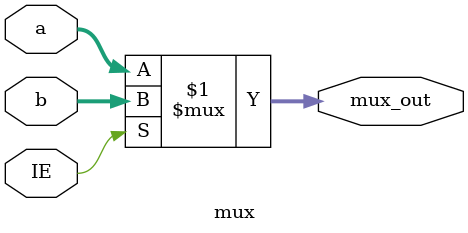
<source format=v>
module mux #(parameter WIDTH = 8) (
    input [WIDTH-1:0] a,
    input [WIDTH-1:0] b,
    input IE,
    output [WIDTH-1:0] mux_out 
);
    assign mux_out = IE ? b : a;
endmodule

</source>
